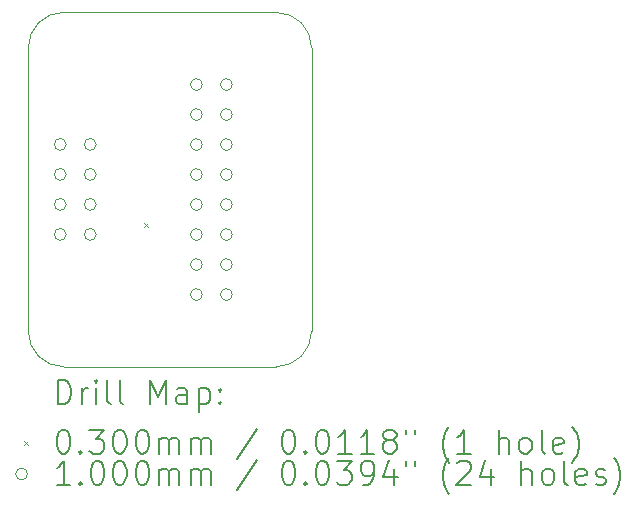
<source format=gbr>
%TF.GenerationSoftware,KiCad,Pcbnew,6.0.10+dfsg-1~bpo11+1*%
%TF.ProjectId,project,70726f6a-6563-4742-9e6b-696361645f70,rev?*%
%TF.SameCoordinates,Original*%
%TF.FileFunction,Drillmap*%
%TF.FilePolarity,Positive*%
%FSLAX45Y45*%
G04 Gerber Fmt 4.5, Leading zero omitted, Abs format (unit mm)*
%MOMM*%
%LPD*%
G01*
G04 APERTURE LIST*
%ADD10C,0.100000*%
%ADD11C,0.200000*%
%ADD12C,0.030000*%
G04 APERTURE END LIST*
D10*
X16350000Y-13000000D02*
X18150000Y-13000000D01*
X18450000Y-12700000D02*
X18450000Y-10300000D01*
X16050000Y-10300000D02*
X16050000Y-12700000D01*
X16350000Y-10000000D02*
G75*
G03*
X16050000Y-10300000I0J-300000D01*
G01*
X16050000Y-12700000D02*
G75*
G03*
X16350000Y-13000000I300000J0D01*
G01*
X18450000Y-10300000D02*
G75*
G03*
X18150000Y-10000000I-300000J0D01*
G01*
X18150000Y-10000000D02*
X16350000Y-10000000D01*
X18150000Y-13000000D02*
G75*
G03*
X18450000Y-12700000I0J300000D01*
G01*
D11*
D12*
X17035000Y-11785000D02*
X17065000Y-11815000D01*
X17065000Y-11785000D02*
X17035000Y-11815000D01*
D10*
X16371000Y-11118000D02*
G75*
G03*
X16371000Y-11118000I-50000J0D01*
G01*
X16371000Y-11372000D02*
G75*
G03*
X16371000Y-11372000I-50000J0D01*
G01*
X16371000Y-11626000D02*
G75*
G03*
X16371000Y-11626000I-50000J0D01*
G01*
X16371000Y-11880000D02*
G75*
G03*
X16371000Y-11880000I-50000J0D01*
G01*
X16625000Y-11118000D02*
G75*
G03*
X16625000Y-11118000I-50000J0D01*
G01*
X16625000Y-11372000D02*
G75*
G03*
X16625000Y-11372000I-50000J0D01*
G01*
X16625000Y-11626000D02*
G75*
G03*
X16625000Y-11626000I-50000J0D01*
G01*
X16625000Y-11880000D02*
G75*
G03*
X16625000Y-11880000I-50000J0D01*
G01*
X17524750Y-10611000D02*
G75*
G03*
X17524750Y-10611000I-50000J0D01*
G01*
X17524750Y-10865000D02*
G75*
G03*
X17524750Y-10865000I-50000J0D01*
G01*
X17524750Y-11119000D02*
G75*
G03*
X17524750Y-11119000I-50000J0D01*
G01*
X17524750Y-11373000D02*
G75*
G03*
X17524750Y-11373000I-50000J0D01*
G01*
X17524750Y-11627000D02*
G75*
G03*
X17524750Y-11627000I-50000J0D01*
G01*
X17524750Y-11881000D02*
G75*
G03*
X17524750Y-11881000I-50000J0D01*
G01*
X17524750Y-12135000D02*
G75*
G03*
X17524750Y-12135000I-50000J0D01*
G01*
X17524750Y-12389000D02*
G75*
G03*
X17524750Y-12389000I-50000J0D01*
G01*
X17778750Y-10611000D02*
G75*
G03*
X17778750Y-10611000I-50000J0D01*
G01*
X17778750Y-10865000D02*
G75*
G03*
X17778750Y-10865000I-50000J0D01*
G01*
X17778750Y-11119000D02*
G75*
G03*
X17778750Y-11119000I-50000J0D01*
G01*
X17778750Y-11373000D02*
G75*
G03*
X17778750Y-11373000I-50000J0D01*
G01*
X17778750Y-11627000D02*
G75*
G03*
X17778750Y-11627000I-50000J0D01*
G01*
X17778750Y-11881000D02*
G75*
G03*
X17778750Y-11881000I-50000J0D01*
G01*
X17778750Y-12135000D02*
G75*
G03*
X17778750Y-12135000I-50000J0D01*
G01*
X17778750Y-12389000D02*
G75*
G03*
X17778750Y-12389000I-50000J0D01*
G01*
D11*
X16302619Y-13315476D02*
X16302619Y-13115476D01*
X16350238Y-13115476D01*
X16378809Y-13125000D01*
X16397857Y-13144048D01*
X16407381Y-13163095D01*
X16416905Y-13201190D01*
X16416905Y-13229762D01*
X16407381Y-13267857D01*
X16397857Y-13286905D01*
X16378809Y-13305952D01*
X16350238Y-13315476D01*
X16302619Y-13315476D01*
X16502619Y-13315476D02*
X16502619Y-13182143D01*
X16502619Y-13220238D02*
X16512143Y-13201190D01*
X16521667Y-13191667D01*
X16540714Y-13182143D01*
X16559762Y-13182143D01*
X16626428Y-13315476D02*
X16626428Y-13182143D01*
X16626428Y-13115476D02*
X16616905Y-13125000D01*
X16626428Y-13134524D01*
X16635952Y-13125000D01*
X16626428Y-13115476D01*
X16626428Y-13134524D01*
X16750238Y-13315476D02*
X16731190Y-13305952D01*
X16721667Y-13286905D01*
X16721667Y-13115476D01*
X16855000Y-13315476D02*
X16835952Y-13305952D01*
X16826429Y-13286905D01*
X16826429Y-13115476D01*
X17083571Y-13315476D02*
X17083571Y-13115476D01*
X17150238Y-13258333D01*
X17216905Y-13115476D01*
X17216905Y-13315476D01*
X17397857Y-13315476D02*
X17397857Y-13210714D01*
X17388333Y-13191667D01*
X17369286Y-13182143D01*
X17331190Y-13182143D01*
X17312143Y-13191667D01*
X17397857Y-13305952D02*
X17378810Y-13315476D01*
X17331190Y-13315476D01*
X17312143Y-13305952D01*
X17302619Y-13286905D01*
X17302619Y-13267857D01*
X17312143Y-13248809D01*
X17331190Y-13239286D01*
X17378810Y-13239286D01*
X17397857Y-13229762D01*
X17493095Y-13182143D02*
X17493095Y-13382143D01*
X17493095Y-13191667D02*
X17512143Y-13182143D01*
X17550238Y-13182143D01*
X17569286Y-13191667D01*
X17578810Y-13201190D01*
X17588333Y-13220238D01*
X17588333Y-13277381D01*
X17578810Y-13296428D01*
X17569286Y-13305952D01*
X17550238Y-13315476D01*
X17512143Y-13315476D01*
X17493095Y-13305952D01*
X17674048Y-13296428D02*
X17683571Y-13305952D01*
X17674048Y-13315476D01*
X17664524Y-13305952D01*
X17674048Y-13296428D01*
X17674048Y-13315476D01*
X17674048Y-13191667D02*
X17683571Y-13201190D01*
X17674048Y-13210714D01*
X17664524Y-13201190D01*
X17674048Y-13191667D01*
X17674048Y-13210714D01*
D12*
X16015000Y-13630000D02*
X16045000Y-13660000D01*
X16045000Y-13630000D02*
X16015000Y-13660000D01*
D11*
X16340714Y-13535476D02*
X16359762Y-13535476D01*
X16378809Y-13545000D01*
X16388333Y-13554524D01*
X16397857Y-13573571D01*
X16407381Y-13611667D01*
X16407381Y-13659286D01*
X16397857Y-13697381D01*
X16388333Y-13716428D01*
X16378809Y-13725952D01*
X16359762Y-13735476D01*
X16340714Y-13735476D01*
X16321667Y-13725952D01*
X16312143Y-13716428D01*
X16302619Y-13697381D01*
X16293095Y-13659286D01*
X16293095Y-13611667D01*
X16302619Y-13573571D01*
X16312143Y-13554524D01*
X16321667Y-13545000D01*
X16340714Y-13535476D01*
X16493095Y-13716428D02*
X16502619Y-13725952D01*
X16493095Y-13735476D01*
X16483571Y-13725952D01*
X16493095Y-13716428D01*
X16493095Y-13735476D01*
X16569286Y-13535476D02*
X16693095Y-13535476D01*
X16626428Y-13611667D01*
X16655000Y-13611667D01*
X16674048Y-13621190D01*
X16683571Y-13630714D01*
X16693095Y-13649762D01*
X16693095Y-13697381D01*
X16683571Y-13716428D01*
X16674048Y-13725952D01*
X16655000Y-13735476D01*
X16597857Y-13735476D01*
X16578809Y-13725952D01*
X16569286Y-13716428D01*
X16816905Y-13535476D02*
X16835952Y-13535476D01*
X16855000Y-13545000D01*
X16864524Y-13554524D01*
X16874048Y-13573571D01*
X16883571Y-13611667D01*
X16883571Y-13659286D01*
X16874048Y-13697381D01*
X16864524Y-13716428D01*
X16855000Y-13725952D01*
X16835952Y-13735476D01*
X16816905Y-13735476D01*
X16797857Y-13725952D01*
X16788333Y-13716428D01*
X16778810Y-13697381D01*
X16769286Y-13659286D01*
X16769286Y-13611667D01*
X16778810Y-13573571D01*
X16788333Y-13554524D01*
X16797857Y-13545000D01*
X16816905Y-13535476D01*
X17007381Y-13535476D02*
X17026429Y-13535476D01*
X17045476Y-13545000D01*
X17055000Y-13554524D01*
X17064524Y-13573571D01*
X17074048Y-13611667D01*
X17074048Y-13659286D01*
X17064524Y-13697381D01*
X17055000Y-13716428D01*
X17045476Y-13725952D01*
X17026429Y-13735476D01*
X17007381Y-13735476D01*
X16988333Y-13725952D01*
X16978810Y-13716428D01*
X16969286Y-13697381D01*
X16959762Y-13659286D01*
X16959762Y-13611667D01*
X16969286Y-13573571D01*
X16978810Y-13554524D01*
X16988333Y-13545000D01*
X17007381Y-13535476D01*
X17159762Y-13735476D02*
X17159762Y-13602143D01*
X17159762Y-13621190D02*
X17169286Y-13611667D01*
X17188333Y-13602143D01*
X17216905Y-13602143D01*
X17235952Y-13611667D01*
X17245476Y-13630714D01*
X17245476Y-13735476D01*
X17245476Y-13630714D02*
X17255000Y-13611667D01*
X17274048Y-13602143D01*
X17302619Y-13602143D01*
X17321667Y-13611667D01*
X17331190Y-13630714D01*
X17331190Y-13735476D01*
X17426429Y-13735476D02*
X17426429Y-13602143D01*
X17426429Y-13621190D02*
X17435952Y-13611667D01*
X17455000Y-13602143D01*
X17483571Y-13602143D01*
X17502619Y-13611667D01*
X17512143Y-13630714D01*
X17512143Y-13735476D01*
X17512143Y-13630714D02*
X17521667Y-13611667D01*
X17540714Y-13602143D01*
X17569286Y-13602143D01*
X17588333Y-13611667D01*
X17597857Y-13630714D01*
X17597857Y-13735476D01*
X17988333Y-13525952D02*
X17816905Y-13783095D01*
X18245476Y-13535476D02*
X18264524Y-13535476D01*
X18283571Y-13545000D01*
X18293095Y-13554524D01*
X18302619Y-13573571D01*
X18312143Y-13611667D01*
X18312143Y-13659286D01*
X18302619Y-13697381D01*
X18293095Y-13716428D01*
X18283571Y-13725952D01*
X18264524Y-13735476D01*
X18245476Y-13735476D01*
X18226429Y-13725952D01*
X18216905Y-13716428D01*
X18207381Y-13697381D01*
X18197857Y-13659286D01*
X18197857Y-13611667D01*
X18207381Y-13573571D01*
X18216905Y-13554524D01*
X18226429Y-13545000D01*
X18245476Y-13535476D01*
X18397857Y-13716428D02*
X18407381Y-13725952D01*
X18397857Y-13735476D01*
X18388333Y-13725952D01*
X18397857Y-13716428D01*
X18397857Y-13735476D01*
X18531190Y-13535476D02*
X18550238Y-13535476D01*
X18569286Y-13545000D01*
X18578810Y-13554524D01*
X18588333Y-13573571D01*
X18597857Y-13611667D01*
X18597857Y-13659286D01*
X18588333Y-13697381D01*
X18578810Y-13716428D01*
X18569286Y-13725952D01*
X18550238Y-13735476D01*
X18531190Y-13735476D01*
X18512143Y-13725952D01*
X18502619Y-13716428D01*
X18493095Y-13697381D01*
X18483571Y-13659286D01*
X18483571Y-13611667D01*
X18493095Y-13573571D01*
X18502619Y-13554524D01*
X18512143Y-13545000D01*
X18531190Y-13535476D01*
X18788333Y-13735476D02*
X18674048Y-13735476D01*
X18731190Y-13735476D02*
X18731190Y-13535476D01*
X18712143Y-13564048D01*
X18693095Y-13583095D01*
X18674048Y-13592619D01*
X18978810Y-13735476D02*
X18864524Y-13735476D01*
X18921667Y-13735476D02*
X18921667Y-13535476D01*
X18902619Y-13564048D01*
X18883571Y-13583095D01*
X18864524Y-13592619D01*
X19093095Y-13621190D02*
X19074048Y-13611667D01*
X19064524Y-13602143D01*
X19055000Y-13583095D01*
X19055000Y-13573571D01*
X19064524Y-13554524D01*
X19074048Y-13545000D01*
X19093095Y-13535476D01*
X19131190Y-13535476D01*
X19150238Y-13545000D01*
X19159762Y-13554524D01*
X19169286Y-13573571D01*
X19169286Y-13583095D01*
X19159762Y-13602143D01*
X19150238Y-13611667D01*
X19131190Y-13621190D01*
X19093095Y-13621190D01*
X19074048Y-13630714D01*
X19064524Y-13640238D01*
X19055000Y-13659286D01*
X19055000Y-13697381D01*
X19064524Y-13716428D01*
X19074048Y-13725952D01*
X19093095Y-13735476D01*
X19131190Y-13735476D01*
X19150238Y-13725952D01*
X19159762Y-13716428D01*
X19169286Y-13697381D01*
X19169286Y-13659286D01*
X19159762Y-13640238D01*
X19150238Y-13630714D01*
X19131190Y-13621190D01*
X19245476Y-13535476D02*
X19245476Y-13573571D01*
X19321667Y-13535476D02*
X19321667Y-13573571D01*
X19616905Y-13811667D02*
X19607381Y-13802143D01*
X19588333Y-13773571D01*
X19578810Y-13754524D01*
X19569286Y-13725952D01*
X19559762Y-13678333D01*
X19559762Y-13640238D01*
X19569286Y-13592619D01*
X19578810Y-13564048D01*
X19588333Y-13545000D01*
X19607381Y-13516428D01*
X19616905Y-13506905D01*
X19797857Y-13735476D02*
X19683571Y-13735476D01*
X19740714Y-13735476D02*
X19740714Y-13535476D01*
X19721667Y-13564048D01*
X19702619Y-13583095D01*
X19683571Y-13592619D01*
X20035952Y-13735476D02*
X20035952Y-13535476D01*
X20121667Y-13735476D02*
X20121667Y-13630714D01*
X20112143Y-13611667D01*
X20093095Y-13602143D01*
X20064524Y-13602143D01*
X20045476Y-13611667D01*
X20035952Y-13621190D01*
X20245476Y-13735476D02*
X20226429Y-13725952D01*
X20216905Y-13716428D01*
X20207381Y-13697381D01*
X20207381Y-13640238D01*
X20216905Y-13621190D01*
X20226429Y-13611667D01*
X20245476Y-13602143D01*
X20274048Y-13602143D01*
X20293095Y-13611667D01*
X20302619Y-13621190D01*
X20312143Y-13640238D01*
X20312143Y-13697381D01*
X20302619Y-13716428D01*
X20293095Y-13725952D01*
X20274048Y-13735476D01*
X20245476Y-13735476D01*
X20426429Y-13735476D02*
X20407381Y-13725952D01*
X20397857Y-13706905D01*
X20397857Y-13535476D01*
X20578810Y-13725952D02*
X20559762Y-13735476D01*
X20521667Y-13735476D01*
X20502619Y-13725952D01*
X20493095Y-13706905D01*
X20493095Y-13630714D01*
X20502619Y-13611667D01*
X20521667Y-13602143D01*
X20559762Y-13602143D01*
X20578810Y-13611667D01*
X20588333Y-13630714D01*
X20588333Y-13649762D01*
X20493095Y-13668809D01*
X20655000Y-13811667D02*
X20664524Y-13802143D01*
X20683571Y-13773571D01*
X20693095Y-13754524D01*
X20702619Y-13725952D01*
X20712143Y-13678333D01*
X20712143Y-13640238D01*
X20702619Y-13592619D01*
X20693095Y-13564048D01*
X20683571Y-13545000D01*
X20664524Y-13516428D01*
X20655000Y-13506905D01*
D10*
X16045000Y-13909000D02*
G75*
G03*
X16045000Y-13909000I-50000J0D01*
G01*
D11*
X16407381Y-13999476D02*
X16293095Y-13999476D01*
X16350238Y-13999476D02*
X16350238Y-13799476D01*
X16331190Y-13828048D01*
X16312143Y-13847095D01*
X16293095Y-13856619D01*
X16493095Y-13980428D02*
X16502619Y-13989952D01*
X16493095Y-13999476D01*
X16483571Y-13989952D01*
X16493095Y-13980428D01*
X16493095Y-13999476D01*
X16626428Y-13799476D02*
X16645476Y-13799476D01*
X16664524Y-13809000D01*
X16674048Y-13818524D01*
X16683571Y-13837571D01*
X16693095Y-13875667D01*
X16693095Y-13923286D01*
X16683571Y-13961381D01*
X16674048Y-13980428D01*
X16664524Y-13989952D01*
X16645476Y-13999476D01*
X16626428Y-13999476D01*
X16607381Y-13989952D01*
X16597857Y-13980428D01*
X16588333Y-13961381D01*
X16578809Y-13923286D01*
X16578809Y-13875667D01*
X16588333Y-13837571D01*
X16597857Y-13818524D01*
X16607381Y-13809000D01*
X16626428Y-13799476D01*
X16816905Y-13799476D02*
X16835952Y-13799476D01*
X16855000Y-13809000D01*
X16864524Y-13818524D01*
X16874048Y-13837571D01*
X16883571Y-13875667D01*
X16883571Y-13923286D01*
X16874048Y-13961381D01*
X16864524Y-13980428D01*
X16855000Y-13989952D01*
X16835952Y-13999476D01*
X16816905Y-13999476D01*
X16797857Y-13989952D01*
X16788333Y-13980428D01*
X16778810Y-13961381D01*
X16769286Y-13923286D01*
X16769286Y-13875667D01*
X16778810Y-13837571D01*
X16788333Y-13818524D01*
X16797857Y-13809000D01*
X16816905Y-13799476D01*
X17007381Y-13799476D02*
X17026429Y-13799476D01*
X17045476Y-13809000D01*
X17055000Y-13818524D01*
X17064524Y-13837571D01*
X17074048Y-13875667D01*
X17074048Y-13923286D01*
X17064524Y-13961381D01*
X17055000Y-13980428D01*
X17045476Y-13989952D01*
X17026429Y-13999476D01*
X17007381Y-13999476D01*
X16988333Y-13989952D01*
X16978810Y-13980428D01*
X16969286Y-13961381D01*
X16959762Y-13923286D01*
X16959762Y-13875667D01*
X16969286Y-13837571D01*
X16978810Y-13818524D01*
X16988333Y-13809000D01*
X17007381Y-13799476D01*
X17159762Y-13999476D02*
X17159762Y-13866143D01*
X17159762Y-13885190D02*
X17169286Y-13875667D01*
X17188333Y-13866143D01*
X17216905Y-13866143D01*
X17235952Y-13875667D01*
X17245476Y-13894714D01*
X17245476Y-13999476D01*
X17245476Y-13894714D02*
X17255000Y-13875667D01*
X17274048Y-13866143D01*
X17302619Y-13866143D01*
X17321667Y-13875667D01*
X17331190Y-13894714D01*
X17331190Y-13999476D01*
X17426429Y-13999476D02*
X17426429Y-13866143D01*
X17426429Y-13885190D02*
X17435952Y-13875667D01*
X17455000Y-13866143D01*
X17483571Y-13866143D01*
X17502619Y-13875667D01*
X17512143Y-13894714D01*
X17512143Y-13999476D01*
X17512143Y-13894714D02*
X17521667Y-13875667D01*
X17540714Y-13866143D01*
X17569286Y-13866143D01*
X17588333Y-13875667D01*
X17597857Y-13894714D01*
X17597857Y-13999476D01*
X17988333Y-13789952D02*
X17816905Y-14047095D01*
X18245476Y-13799476D02*
X18264524Y-13799476D01*
X18283571Y-13809000D01*
X18293095Y-13818524D01*
X18302619Y-13837571D01*
X18312143Y-13875667D01*
X18312143Y-13923286D01*
X18302619Y-13961381D01*
X18293095Y-13980428D01*
X18283571Y-13989952D01*
X18264524Y-13999476D01*
X18245476Y-13999476D01*
X18226429Y-13989952D01*
X18216905Y-13980428D01*
X18207381Y-13961381D01*
X18197857Y-13923286D01*
X18197857Y-13875667D01*
X18207381Y-13837571D01*
X18216905Y-13818524D01*
X18226429Y-13809000D01*
X18245476Y-13799476D01*
X18397857Y-13980428D02*
X18407381Y-13989952D01*
X18397857Y-13999476D01*
X18388333Y-13989952D01*
X18397857Y-13980428D01*
X18397857Y-13999476D01*
X18531190Y-13799476D02*
X18550238Y-13799476D01*
X18569286Y-13809000D01*
X18578810Y-13818524D01*
X18588333Y-13837571D01*
X18597857Y-13875667D01*
X18597857Y-13923286D01*
X18588333Y-13961381D01*
X18578810Y-13980428D01*
X18569286Y-13989952D01*
X18550238Y-13999476D01*
X18531190Y-13999476D01*
X18512143Y-13989952D01*
X18502619Y-13980428D01*
X18493095Y-13961381D01*
X18483571Y-13923286D01*
X18483571Y-13875667D01*
X18493095Y-13837571D01*
X18502619Y-13818524D01*
X18512143Y-13809000D01*
X18531190Y-13799476D01*
X18664524Y-13799476D02*
X18788333Y-13799476D01*
X18721667Y-13875667D01*
X18750238Y-13875667D01*
X18769286Y-13885190D01*
X18778810Y-13894714D01*
X18788333Y-13913762D01*
X18788333Y-13961381D01*
X18778810Y-13980428D01*
X18769286Y-13989952D01*
X18750238Y-13999476D01*
X18693095Y-13999476D01*
X18674048Y-13989952D01*
X18664524Y-13980428D01*
X18883571Y-13999476D02*
X18921667Y-13999476D01*
X18940714Y-13989952D01*
X18950238Y-13980428D01*
X18969286Y-13951857D01*
X18978810Y-13913762D01*
X18978810Y-13837571D01*
X18969286Y-13818524D01*
X18959762Y-13809000D01*
X18940714Y-13799476D01*
X18902619Y-13799476D01*
X18883571Y-13809000D01*
X18874048Y-13818524D01*
X18864524Y-13837571D01*
X18864524Y-13885190D01*
X18874048Y-13904238D01*
X18883571Y-13913762D01*
X18902619Y-13923286D01*
X18940714Y-13923286D01*
X18959762Y-13913762D01*
X18969286Y-13904238D01*
X18978810Y-13885190D01*
X19150238Y-13866143D02*
X19150238Y-13999476D01*
X19102619Y-13789952D02*
X19055000Y-13932809D01*
X19178810Y-13932809D01*
X19245476Y-13799476D02*
X19245476Y-13837571D01*
X19321667Y-13799476D02*
X19321667Y-13837571D01*
X19616905Y-14075667D02*
X19607381Y-14066143D01*
X19588333Y-14037571D01*
X19578810Y-14018524D01*
X19569286Y-13989952D01*
X19559762Y-13942333D01*
X19559762Y-13904238D01*
X19569286Y-13856619D01*
X19578810Y-13828048D01*
X19588333Y-13809000D01*
X19607381Y-13780428D01*
X19616905Y-13770905D01*
X19683571Y-13818524D02*
X19693095Y-13809000D01*
X19712143Y-13799476D01*
X19759762Y-13799476D01*
X19778810Y-13809000D01*
X19788333Y-13818524D01*
X19797857Y-13837571D01*
X19797857Y-13856619D01*
X19788333Y-13885190D01*
X19674048Y-13999476D01*
X19797857Y-13999476D01*
X19969286Y-13866143D02*
X19969286Y-13999476D01*
X19921667Y-13789952D02*
X19874048Y-13932809D01*
X19997857Y-13932809D01*
X20226429Y-13999476D02*
X20226429Y-13799476D01*
X20312143Y-13999476D02*
X20312143Y-13894714D01*
X20302619Y-13875667D01*
X20283571Y-13866143D01*
X20255000Y-13866143D01*
X20235952Y-13875667D01*
X20226429Y-13885190D01*
X20435952Y-13999476D02*
X20416905Y-13989952D01*
X20407381Y-13980428D01*
X20397857Y-13961381D01*
X20397857Y-13904238D01*
X20407381Y-13885190D01*
X20416905Y-13875667D01*
X20435952Y-13866143D01*
X20464524Y-13866143D01*
X20483571Y-13875667D01*
X20493095Y-13885190D01*
X20502619Y-13904238D01*
X20502619Y-13961381D01*
X20493095Y-13980428D01*
X20483571Y-13989952D01*
X20464524Y-13999476D01*
X20435952Y-13999476D01*
X20616905Y-13999476D02*
X20597857Y-13989952D01*
X20588333Y-13970905D01*
X20588333Y-13799476D01*
X20769286Y-13989952D02*
X20750238Y-13999476D01*
X20712143Y-13999476D01*
X20693095Y-13989952D01*
X20683571Y-13970905D01*
X20683571Y-13894714D01*
X20693095Y-13875667D01*
X20712143Y-13866143D01*
X20750238Y-13866143D01*
X20769286Y-13875667D01*
X20778810Y-13894714D01*
X20778810Y-13913762D01*
X20683571Y-13932809D01*
X20855000Y-13989952D02*
X20874048Y-13999476D01*
X20912143Y-13999476D01*
X20931190Y-13989952D01*
X20940714Y-13970905D01*
X20940714Y-13961381D01*
X20931190Y-13942333D01*
X20912143Y-13932809D01*
X20883571Y-13932809D01*
X20864524Y-13923286D01*
X20855000Y-13904238D01*
X20855000Y-13894714D01*
X20864524Y-13875667D01*
X20883571Y-13866143D01*
X20912143Y-13866143D01*
X20931190Y-13875667D01*
X21007381Y-14075667D02*
X21016905Y-14066143D01*
X21035952Y-14037571D01*
X21045476Y-14018524D01*
X21055000Y-13989952D01*
X21064524Y-13942333D01*
X21064524Y-13904238D01*
X21055000Y-13856619D01*
X21045476Y-13828048D01*
X21035952Y-13809000D01*
X21016905Y-13780428D01*
X21007381Y-13770905D01*
M02*

</source>
